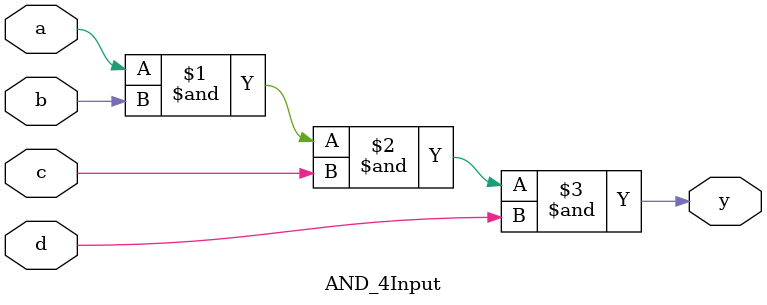
<source format=v>
`timescale 1ns / 1ps


module AND_4Input(input a,b,c,d,output y );
and a1(y,a,b,c,d);
endmodule

</source>
